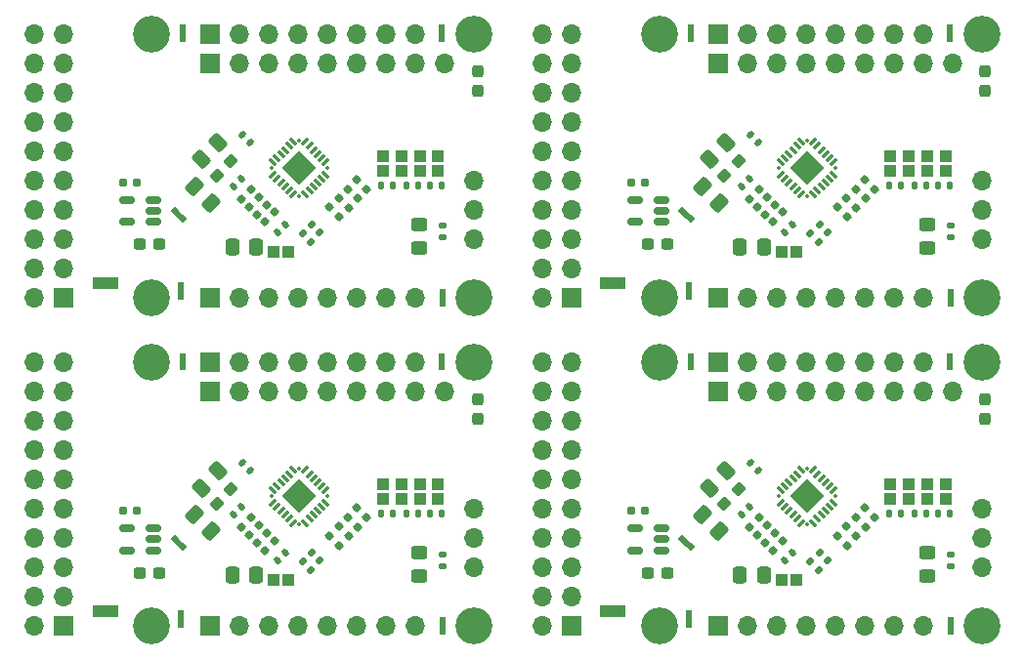
<source format=gts>
G04 #@! TF.GenerationSoftware,KiCad,Pcbnew,9.0.4*
G04 #@! TF.CreationDate,2025-08-20T18:17:53-04:00*
G04 #@! TF.ProjectId,jlc_pcba,6a6c635f-7063-4626-912e-6b696361645f,rev?*
G04 #@! TF.SameCoordinates,Original*
G04 #@! TF.FileFunction,Soldermask,Top*
G04 #@! TF.FilePolarity,Negative*
%FSLAX46Y46*%
G04 Gerber Fmt 4.6, Leading zero omitted, Abs format (unit mm)*
G04 Created by KiCad (PCBNEW 9.0.4) date 2025-08-20 18:17:53*
%MOMM*%
%LPD*%
G01*
G04 APERTURE LIST*
G04 Aperture macros list*
%AMRoundRect*
0 Rectangle with rounded corners*
0 $1 Rounding radius*
0 $2 $3 $4 $5 $6 $7 $8 $9 X,Y pos of 4 corners*
0 Add a 4 corners polygon primitive as box body*
4,1,4,$2,$3,$4,$5,$6,$7,$8,$9,$2,$3,0*
0 Add four circle primitives for the rounded corners*
1,1,$1+$1,$2,$3*
1,1,$1+$1,$4,$5*
1,1,$1+$1,$6,$7*
1,1,$1+$1,$8,$9*
0 Add four rect primitives between the rounded corners*
20,1,$1+$1,$2,$3,$4,$5,0*
20,1,$1+$1,$4,$5,$6,$7,0*
20,1,$1+$1,$6,$7,$8,$9,0*
20,1,$1+$1,$8,$9,$2,$3,0*%
%AMRotRect*
0 Rectangle, with rotation*
0 The origin of the aperture is its center*
0 $1 length*
0 $2 width*
0 $3 Rotation angle, in degrees counterclockwise*
0 Add horizontal line*
21,1,$1,$2,0,0,$3*%
G04 Aperture macros list end*
%ADD10C,0.010000*%
%ADD11C,0.000000*%
%ADD12RoundRect,0.160000X-0.252791X0.026517X0.026517X-0.252791X0.252791X-0.026517X-0.026517X0.252791X0*%
%ADD13R,1.000000X1.000000*%
%ADD14RoundRect,0.135000X0.226274X0.035355X0.035355X0.226274X-0.226274X-0.035355X-0.035355X-0.226274X0*%
%ADD15RoundRect,0.135000X0.135000X0.185000X-0.135000X0.185000X-0.135000X-0.185000X0.135000X-0.185000X0*%
%ADD16RoundRect,0.237500X-0.044194X-0.380070X0.380070X0.044194X0.044194X0.380070X-0.380070X-0.044194X0*%
%ADD17RoundRect,0.160000X0.026517X0.252791X-0.252791X-0.026517X-0.026517X-0.252791X0.252791X0.026517X0*%
%ADD18R,0.508000X0.500000*%
%ADD19R,0.508000X0.508000*%
%ADD20RoundRect,0.135000X-0.135000X-0.185000X0.135000X-0.185000X0.135000X0.185000X-0.135000X0.185000X0*%
%ADD21RoundRect,0.140000X-0.021213X0.219203X-0.219203X0.021213X0.021213X-0.219203X0.219203X-0.021213X0*%
%ADD22RoundRect,0.140000X0.219203X0.021213X0.021213X0.219203X-0.219203X-0.021213X-0.021213X-0.219203X0*%
%ADD23RoundRect,0.135000X-0.185000X0.135000X-0.185000X-0.135000X0.185000X-0.135000X0.185000X0.135000X0*%
%ADD24RoundRect,0.250000X-0.450000X0.325000X-0.450000X-0.325000X0.450000X-0.325000X0.450000X0.325000X0*%
%ADD25RotRect,0.508000X0.508000X315.000000*%
%ADD26RoundRect,0.062500X-0.185616X-0.274004X0.274004X0.185616X0.185616X0.274004X-0.274004X-0.185616X0*%
%ADD27RoundRect,0.062500X0.185616X-0.274004X0.274004X-0.185616X-0.185616X0.274004X-0.274004X0.185616X0*%
%ADD28RotRect,2.100000X2.100000X45.000000*%
%ADD29RoundRect,0.062500X0.000000X-0.088388X0.088388X0.000000X0.000000X0.088388X-0.088388X0.000000X0*%
%ADD30RoundRect,0.150000X0.512500X0.150000X-0.512500X0.150000X-0.512500X-0.150000X0.512500X-0.150000X0*%
%ADD31RoundRect,0.237500X-0.300000X-0.237500X0.300000X-0.237500X0.300000X0.237500X-0.300000X0.237500X0*%
%ADD32R,1.700000X1.700000*%
%ADD33O,1.700000X1.700000*%
%ADD34C,3.200000*%
%ADD35RoundRect,0.250000X-0.097227X0.574524X-0.574524X0.097227X0.097227X-0.574524X0.574524X-0.097227X0*%
%ADD36RoundRect,0.135000X-0.226274X-0.035355X-0.035355X-0.226274X0.226274X0.035355X0.035355X0.226274X0*%
%ADD37RoundRect,0.237500X0.237500X-0.300000X0.237500X0.300000X-0.237500X0.300000X-0.237500X-0.300000X0*%
%ADD38RoundRect,0.250000X0.574524X0.097227X0.097227X0.574524X-0.574524X-0.097227X-0.097227X-0.574524X0*%
%ADD39RoundRect,0.250000X0.337500X0.475000X-0.337500X0.475000X-0.337500X-0.475000X0.337500X-0.475000X0*%
%ADD40RoundRect,0.160000X0.197500X0.160000X-0.197500X0.160000X-0.197500X-0.160000X0.197500X-0.160000X0*%
G04 APERTURE END LIST*
G04 #@! TO.C,E109*
G36*
X44013500Y-37469000D02*
G01*
X44521500Y-37469000D01*
X44521500Y-36969000D01*
X44013500Y-36969000D01*
X44013500Y-37469000D01*
G37*
G04 #@! TO.C,5V108*
D10*
X16127500Y-30855000D02*
X14017500Y-30855000D01*
X14017500Y-29855000D01*
X16127500Y-29855000D01*
X16127500Y-30855000D01*
G36*
X16127500Y-30855000D02*
G01*
X14017500Y-30855000D01*
X14017500Y-29855000D01*
X16127500Y-29855000D01*
X16127500Y-30855000D01*
G37*
D11*
G04 #@! TO.C,DOUT108*
G36*
X21821053Y-24449343D02*
G01*
X21461843Y-24808553D01*
X21113947Y-24460657D01*
X21473157Y-24101447D01*
X21821053Y-24449343D01*
G37*
G04 #@! TO.C,5V108*
D10*
X60127500Y-59315000D02*
X58017500Y-59315000D01*
X58017500Y-58315000D01*
X60127500Y-58315000D01*
X60127500Y-59315000D01*
G36*
X60127500Y-59315000D02*
G01*
X58017500Y-59315000D01*
X58017500Y-58315000D01*
X60127500Y-58315000D01*
X60127500Y-59315000D01*
G37*
G04 #@! TO.C,G117*
G36*
X65413500Y-31309000D02*
G01*
X65921500Y-31309000D01*
X65921500Y-30809000D01*
X65413500Y-30809000D01*
X65413500Y-31309000D01*
G37*
D11*
G04 #@! TO.C,DOUT108*
G36*
X21821053Y-52909343D02*
G01*
X21461843Y-53268553D01*
X21113947Y-52920657D01*
X21473157Y-52561447D01*
X21821053Y-52909343D01*
G37*
G04 #@! TO.C,5V108*
D10*
X60127500Y-30855000D02*
X58017500Y-30855000D01*
X58017500Y-29855000D01*
X60127500Y-29855000D01*
X60127500Y-30855000D01*
G36*
X60127500Y-30855000D02*
G01*
X58017500Y-30855000D01*
X58017500Y-29855000D01*
X60127500Y-29855000D01*
X60127500Y-30855000D01*
G37*
G04 #@! TO.C,E108*
G36*
X21613500Y-9009000D02*
G01*
X22121500Y-9009000D01*
X22121500Y-8509000D01*
X21613500Y-8509000D01*
X21613500Y-9009000D01*
G37*
G04 #@! TO.C,G117*
G36*
X21413500Y-31309000D02*
G01*
X21921500Y-31309000D01*
X21921500Y-30809000D01*
X21413500Y-30809000D01*
X21413500Y-31309000D01*
G37*
G04 #@! TO.C,E108*
G36*
X65613500Y-9009000D02*
G01*
X66121500Y-9009000D01*
X66121500Y-8509000D01*
X65613500Y-8509000D01*
X65613500Y-9009000D01*
G37*
D11*
G04 #@! TO.C,DOUT108*
G36*
X65821053Y-52909343D02*
G01*
X65461843Y-53268553D01*
X65113947Y-52920657D01*
X65473157Y-52561447D01*
X65821053Y-52909343D01*
G37*
G04 #@! TO.C,E109*
G36*
X88013500Y-9009000D02*
G01*
X88521500Y-9009000D01*
X88521500Y-8509000D01*
X88013500Y-8509000D01*
X88013500Y-9009000D01*
G37*
G04 #@! TO.C,G118*
G36*
X88113500Y-60369000D02*
G01*
X88621500Y-60369000D01*
X88621500Y-59869000D01*
X88113500Y-59869000D01*
X88113500Y-60369000D01*
G37*
G36*
X44113500Y-31909000D02*
G01*
X44621500Y-31909000D01*
X44621500Y-31409000D01*
X44113500Y-31409000D01*
X44113500Y-31909000D01*
G37*
G04 #@! TO.C,E108*
G36*
X21613500Y-37469000D02*
G01*
X22121500Y-37469000D01*
X22121500Y-36969000D01*
X21613500Y-36969000D01*
X21613500Y-37469000D01*
G37*
G04 #@! TO.C,G117*
G36*
X21413500Y-59769000D02*
G01*
X21921500Y-59769000D01*
X21921500Y-59269000D01*
X21413500Y-59269000D01*
X21413500Y-59769000D01*
G37*
G04 #@! TO.C,E108*
G36*
X65613500Y-37469000D02*
G01*
X66121500Y-37469000D01*
X66121500Y-36969000D01*
X65613500Y-36969000D01*
X65613500Y-37469000D01*
G37*
G04 #@! TO.C,G118*
G36*
X88113500Y-31909000D02*
G01*
X88621500Y-31909000D01*
X88621500Y-31409000D01*
X88113500Y-31409000D01*
X88113500Y-31909000D01*
G37*
G04 #@! TO.C,E109*
G36*
X44013500Y-9009000D02*
G01*
X44521500Y-9009000D01*
X44521500Y-8509000D01*
X44013500Y-8509000D01*
X44013500Y-9009000D01*
G37*
G04 #@! TO.C,DOUT108*
G36*
X65821053Y-24449343D02*
G01*
X65461843Y-24808553D01*
X65113947Y-24460657D01*
X65473157Y-24101447D01*
X65821053Y-24449343D01*
G37*
G04 #@! TO.C,5V108*
D10*
X16127500Y-59315000D02*
X14017500Y-59315000D01*
X14017500Y-58315000D01*
X16127500Y-58315000D01*
X16127500Y-59315000D01*
G36*
X16127500Y-59315000D02*
G01*
X14017500Y-59315000D01*
X14017500Y-58315000D01*
X16127500Y-58315000D01*
X16127500Y-59315000D01*
G37*
G04 #@! TO.C,G118*
G36*
X44113500Y-60369000D02*
G01*
X44621500Y-60369000D01*
X44621500Y-59869000D01*
X44113500Y-59869000D01*
X44113500Y-60369000D01*
G37*
G04 #@! TO.C,E109*
G36*
X88013500Y-37469000D02*
G01*
X88521500Y-37469000D01*
X88521500Y-36969000D01*
X88013500Y-36969000D01*
X88013500Y-37469000D01*
G37*
G04 #@! TO.C,G117*
G36*
X65413500Y-59769000D02*
G01*
X65921500Y-59769000D01*
X65921500Y-59269000D01*
X65413500Y-59269000D01*
X65413500Y-59769000D01*
G37*
G04 #@! TD*
D12*
G04 #@! TO.C,R112*
X36989996Y-51537496D03*
X36145004Y-50692504D03*
G04 #@! TD*
D13*
G04 #@! TO.C,PU_EN108*
X29717500Y-56115000D03*
X31017500Y-56115000D03*
G04 #@! TD*
D14*
G04 #@! TO.C,R120*
X77728124Y-26015624D03*
X77006876Y-25294376D03*
G04 #@! TD*
D15*
G04 #@! TO.C,R122*
X42277500Y-21955000D03*
X41257500Y-21955000D03*
G04 #@! TD*
G04 #@! TO.C,R122*
X86277500Y-21955000D03*
X85257500Y-21955000D03*
G04 #@! TD*
D16*
G04 #@! TO.C,C119*
X24757620Y-21064880D03*
X25977380Y-19845120D03*
G04 #@! TD*
D12*
G04 #@! TO.C,R113*
X36189996Y-23877496D03*
X35345004Y-23032504D03*
G04 #@! TD*
D17*
G04 #@! TO.C,R115*
X27612834Y-52223704D03*
X28457826Y-51378712D03*
G04 #@! TD*
D18*
G04 #@! TO.C,E109*
X44267500Y-37719000D03*
D19*
X44267500Y-36715000D03*
G04 #@! TD*
D17*
G04 #@! TO.C,R115*
X27612834Y-23763704D03*
X28457826Y-22918712D03*
G04 #@! TD*
D20*
G04 #@! TO.C,R123*
X87257500Y-50415000D03*
X88277500Y-50415000D03*
G04 #@! TD*
D15*
G04 #@! TO.C,R124*
X84077500Y-50415000D03*
X83057500Y-50415000D03*
G04 #@! TD*
D21*
G04 #@! TO.C,C112*
X74706911Y-25315589D03*
X74028089Y-25994411D03*
G04 #@! TD*
D22*
G04 #@! TO.C,C109*
X71706911Y-18194411D03*
X71028089Y-17515589D03*
G04 #@! TD*
D17*
G04 #@! TO.C,R118*
X28956337Y-53567207D03*
X29801329Y-52722215D03*
G04 #@! TD*
D15*
G04 #@! TO.C,R124*
X84077500Y-21955000D03*
X83057500Y-21955000D03*
G04 #@! TD*
D23*
G04 #@! TO.C,R126*
X88367500Y-53905000D03*
X88367500Y-54925000D03*
G04 #@! TD*
D17*
G04 #@! TO.C,R119*
X26941083Y-23091952D03*
X27786075Y-22246960D03*
G04 #@! TD*
D21*
G04 #@! TO.C,C112*
X30706911Y-25315589D03*
X30028089Y-25994411D03*
G04 #@! TD*
D12*
G04 #@! TO.C,R110*
X81789996Y-50737496D03*
X80945004Y-49892504D03*
G04 #@! TD*
D24*
G04 #@! TO.C,D116*
X42342500Y-25305000D03*
X42342500Y-27355000D03*
G04 #@! TD*
D25*
G04 #@! TO.C,DOUT108*
X21821053Y-24808553D03*
X21113947Y-24101447D03*
G04 #@! TD*
D23*
G04 #@! TO.C,R126*
X88367500Y-25445000D03*
X88367500Y-26465000D03*
G04 #@! TD*
D26*
G04 #@! TO.C,TAC5212*
X73647275Y-20962005D03*
X74000828Y-21315559D03*
X74354382Y-21669112D03*
X74707935Y-22022665D03*
X75061488Y-22376219D03*
X75415042Y-22729772D03*
D27*
X76458024Y-22729772D03*
X76811578Y-22376219D03*
X77165131Y-22022665D03*
X77518684Y-21669112D03*
X77872238Y-21315559D03*
X78225791Y-20962005D03*
D26*
X78225791Y-19919023D03*
X77872238Y-19565469D03*
X77518684Y-19211916D03*
X77165131Y-18858363D03*
X76811578Y-18504809D03*
X76458024Y-18151256D03*
D27*
X75415042Y-18151256D03*
X75061488Y-18504809D03*
X74707935Y-18858363D03*
X74354382Y-19211916D03*
X74000828Y-19565469D03*
X73647275Y-19919023D03*
D28*
X75936533Y-20440514D03*
D29*
X73504086Y-20440514D03*
X75936533Y-22872961D03*
X78368980Y-20440514D03*
X75936533Y-18008067D03*
G04 #@! TD*
D21*
G04 #@! TO.C,C116*
X70906911Y-49775589D03*
X70228089Y-50454411D03*
G04 #@! TD*
D15*
G04 #@! TO.C,R122*
X42277500Y-50415000D03*
X41257500Y-50415000D03*
G04 #@! TD*
D12*
G04 #@! TO.C,R113*
X36189996Y-52337496D03*
X35345004Y-51492504D03*
G04 #@! TD*
D20*
G04 #@! TO.C,R123*
X43257500Y-21955000D03*
X44277500Y-21955000D03*
G04 #@! TD*
D12*
G04 #@! TO.C,R112*
X80989996Y-51537496D03*
X80145004Y-50692504D03*
G04 #@! TD*
D30*
G04 #@! TO.C,U108*
X19305000Y-53565000D03*
X19305000Y-52615000D03*
X19305000Y-51665000D03*
X17030000Y-51665000D03*
X17030000Y-53565000D03*
G04 #@! TD*
D13*
G04 #@! TO.C,ADD112*
X84767500Y-20655000D03*
X84767500Y-19355000D03*
G04 #@! TD*
D31*
G04 #@! TO.C,C128*
X18105000Y-27055000D03*
X19830000Y-27055000D03*
G04 #@! TD*
D32*
G04 #@! TO.C,board_outline108*
X11505000Y-60115000D03*
D33*
X8965000Y-60115000D03*
X11505000Y-57575000D03*
X8965000Y-57575000D03*
X11505000Y-55035000D03*
X8965000Y-55035000D03*
X11505000Y-52495000D03*
X8965000Y-52495000D03*
X11505000Y-49955000D03*
X8965000Y-49955000D03*
X11505000Y-47415000D03*
X8965000Y-47415000D03*
X11505000Y-44875000D03*
X8965000Y-44875000D03*
X11505000Y-42335000D03*
X8965000Y-42335000D03*
X11505000Y-39795000D03*
X8965000Y-39795000D03*
X11505000Y-37255000D03*
X8965000Y-37255000D03*
D32*
X24215000Y-39800000D03*
X24215000Y-37260000D03*
D33*
X26755000Y-39800000D03*
X26755000Y-37260000D03*
X29295000Y-39800000D03*
X29295000Y-37260000D03*
X31835000Y-39800000D03*
X31835000Y-37260000D03*
X34375000Y-39800000D03*
X34375000Y-37260000D03*
X36915000Y-39800000D03*
X36915000Y-37260000D03*
X39455000Y-39800000D03*
X39455000Y-37260000D03*
X41995000Y-39800000D03*
X41995000Y-37260000D03*
D32*
X24215000Y-60120000D03*
D33*
X26755000Y-60120000D03*
X29295000Y-60120000D03*
X31835000Y-60120000D03*
X34375000Y-60120000D03*
X36915000Y-60120000D03*
X39455000Y-60120000D03*
X41995000Y-60120000D03*
X47060000Y-55040000D03*
X47060000Y-52500000D03*
X47060000Y-49960000D03*
X44520000Y-39800000D03*
D34*
X19120000Y-37260000D03*
X47060000Y-37260000D03*
X19120000Y-60120000D03*
X47060000Y-60120000D03*
G04 #@! TD*
D15*
G04 #@! TO.C,R124*
X40077500Y-50415000D03*
X39057500Y-50415000D03*
G04 #@! TD*
D35*
G04 #@! TO.C,C108*
X24901123Y-46681377D03*
X23433877Y-48148623D03*
G04 #@! TD*
D36*
G04 #@! TO.C,R121*
X32206876Y-26094376D03*
X32928124Y-26815624D03*
G04 #@! TD*
D13*
G04 #@! TO.C,ADD108*
X39167500Y-20655000D03*
X39167500Y-19355000D03*
G04 #@! TD*
D12*
G04 #@! TO.C,R114*
X35389996Y-53137496D03*
X34545004Y-52292504D03*
G04 #@! TD*
D17*
G04 #@! TO.C,R117*
X28284586Y-52895455D03*
X29129578Y-52050463D03*
G04 #@! TD*
D37*
G04 #@! TO.C,C118*
X91367500Y-42177500D03*
X91367500Y-40452500D03*
G04 #@! TD*
D21*
G04 #@! TO.C,C112*
X30706911Y-53775589D03*
X30028089Y-54454411D03*
G04 #@! TD*
D18*
G04 #@! TO.C,G117*
X65667500Y-31559000D03*
D19*
X65667500Y-30555000D03*
G04 #@! TD*
D12*
G04 #@! TO.C,R110*
X81789996Y-22277496D03*
X80945004Y-21432504D03*
G04 #@! TD*
D13*
G04 #@! TO.C,ADD110*
X42367500Y-49115000D03*
X42367500Y-47815000D03*
G04 #@! TD*
G04 #@! TO.C,PU_EN108*
X73717500Y-27655000D03*
X75017500Y-27655000D03*
G04 #@! TD*
D12*
G04 #@! TO.C,R114*
X79389996Y-24677496D03*
X78545004Y-23832504D03*
G04 #@! TD*
D31*
G04 #@! TO.C,C128*
X18105000Y-55515000D03*
X19830000Y-55515000D03*
G04 #@! TD*
D26*
G04 #@! TO.C,TAC5212*
X29647275Y-49422005D03*
X30000828Y-49775559D03*
X30354382Y-50129112D03*
X30707935Y-50482665D03*
X31061488Y-50836219D03*
X31415042Y-51189772D03*
D27*
X32458024Y-51189772D03*
X32811578Y-50836219D03*
X33165131Y-50482665D03*
X33518684Y-50129112D03*
X33872238Y-49775559D03*
X34225791Y-49422005D03*
D26*
X34225791Y-48379023D03*
X33872238Y-48025469D03*
X33518684Y-47671916D03*
X33165131Y-47318363D03*
X32811578Y-46964809D03*
X32458024Y-46611256D03*
D27*
X31415042Y-46611256D03*
X31061488Y-46964809D03*
X30707935Y-47318363D03*
X30354382Y-47671916D03*
X30000828Y-48025469D03*
X29647275Y-48379023D03*
D28*
X31936533Y-48900514D03*
D29*
X29504086Y-48900514D03*
X31936533Y-51332961D03*
X34368980Y-48900514D03*
X31936533Y-46468067D03*
G04 #@! TD*
D25*
G04 #@! TO.C,DOUT108*
X21821053Y-53268553D03*
X21113947Y-52561447D03*
G04 #@! TD*
D24*
G04 #@! TO.C,D116*
X42342500Y-53765000D03*
X42342500Y-55815000D03*
G04 #@! TD*
D38*
G04 #@! TO.C,C115*
X68301123Y-23488623D03*
X66833877Y-22021377D03*
G04 #@! TD*
D13*
G04 #@! TO.C,ADD111*
X87967500Y-20655000D03*
X87967500Y-19355000D03*
G04 #@! TD*
D17*
G04 #@! TO.C,R118*
X72956337Y-25107207D03*
X73801329Y-24262215D03*
G04 #@! TD*
D39*
G04 #@! TO.C,C111*
X28205000Y-27255000D03*
X26130000Y-27255000D03*
G04 #@! TD*
D17*
G04 #@! TO.C,R119*
X26941083Y-51551952D03*
X27786075Y-50706960D03*
G04 #@! TD*
D18*
G04 #@! TO.C,E108*
X21867500Y-9259000D03*
D19*
X21867500Y-8255000D03*
G04 #@! TD*
D18*
G04 #@! TO.C,G117*
X21667500Y-31559000D03*
D19*
X21667500Y-30555000D03*
G04 #@! TD*
D13*
G04 #@! TO.C,ADD111*
X43967500Y-49115000D03*
X43967500Y-47815000D03*
G04 #@! TD*
D17*
G04 #@! TO.C,R115*
X71612834Y-23763704D03*
X72457826Y-22918712D03*
G04 #@! TD*
D39*
G04 #@! TO.C,C111*
X72205000Y-27255000D03*
X70130000Y-27255000D03*
G04 #@! TD*
D35*
G04 #@! TO.C,C108*
X68901123Y-46681377D03*
X67433877Y-48148623D03*
G04 #@! TD*
D13*
G04 #@! TO.C,ADD110*
X42367500Y-20655000D03*
X42367500Y-19355000D03*
G04 #@! TD*
G04 #@! TO.C,ADD112*
X40767500Y-20655000D03*
X40767500Y-19355000D03*
G04 #@! TD*
D35*
G04 #@! TO.C,C108*
X68901123Y-18221377D03*
X67433877Y-19688623D03*
G04 #@! TD*
D22*
G04 #@! TO.C,C109*
X27706911Y-18194411D03*
X27028089Y-17515589D03*
G04 #@! TD*
D26*
G04 #@! TO.C,TAC5212*
X29647275Y-20962005D03*
X30000828Y-21315559D03*
X30354382Y-21669112D03*
X30707935Y-22022665D03*
X31061488Y-22376219D03*
X31415042Y-22729772D03*
D27*
X32458024Y-22729772D03*
X32811578Y-22376219D03*
X33165131Y-22022665D03*
X33518684Y-21669112D03*
X33872238Y-21315559D03*
X34225791Y-20962005D03*
D26*
X34225791Y-19919023D03*
X33872238Y-19565469D03*
X33518684Y-19211916D03*
X33165131Y-18858363D03*
X32811578Y-18504809D03*
X32458024Y-18151256D03*
D27*
X31415042Y-18151256D03*
X31061488Y-18504809D03*
X30707935Y-18858363D03*
X30354382Y-19211916D03*
X30000828Y-19565469D03*
X29647275Y-19919023D03*
D28*
X31936533Y-20440514D03*
D29*
X29504086Y-20440514D03*
X31936533Y-22872961D03*
X34368980Y-20440514D03*
X31936533Y-18008067D03*
G04 #@! TD*
D17*
G04 #@! TO.C,R119*
X70941083Y-51551952D03*
X71786075Y-50706960D03*
G04 #@! TD*
D30*
G04 #@! TO.C,U108*
X63305000Y-25105000D03*
X63305000Y-24155000D03*
X63305000Y-23205000D03*
X61030000Y-23205000D03*
X61030000Y-25105000D03*
G04 #@! TD*
D18*
G04 #@! TO.C,E108*
X65867500Y-9259000D03*
D19*
X65867500Y-8255000D03*
G04 #@! TD*
D16*
G04 #@! TO.C,C119*
X68757620Y-21064880D03*
X69977380Y-19845120D03*
G04 #@! TD*
D13*
G04 #@! TO.C,ADD110*
X86367500Y-20655000D03*
X86367500Y-19355000D03*
G04 #@! TD*
D37*
G04 #@! TO.C,C118*
X91367500Y-13717500D03*
X91367500Y-11992500D03*
G04 #@! TD*
D23*
G04 #@! TO.C,R126*
X44367500Y-53905000D03*
X44367500Y-54925000D03*
G04 #@! TD*
D40*
G04 #@! TO.C,R125*
X16670000Y-21655000D03*
X17865000Y-21655000D03*
G04 #@! TD*
D25*
G04 #@! TO.C,DOUT108*
X65821053Y-53268553D03*
X65113947Y-52561447D03*
G04 #@! TD*
D24*
G04 #@! TO.C,D116*
X86342500Y-25305000D03*
X86342500Y-27355000D03*
G04 #@! TD*
D18*
G04 #@! TO.C,E109*
X88267500Y-9259000D03*
D19*
X88267500Y-8255000D03*
G04 #@! TD*
D13*
G04 #@! TO.C,ADD112*
X40767500Y-49115000D03*
X40767500Y-47815000D03*
G04 #@! TD*
G04 #@! TO.C,ADD111*
X87967500Y-49115000D03*
X87967500Y-47815000D03*
G04 #@! TD*
D18*
G04 #@! TO.C,G118*
X88367500Y-60619000D03*
D19*
X88367500Y-59615000D03*
G04 #@! TD*
D15*
G04 #@! TO.C,R122*
X86277500Y-50415000D03*
X85257500Y-50415000D03*
G04 #@! TD*
D16*
G04 #@! TO.C,C119*
X24757620Y-49524880D03*
X25977380Y-48305120D03*
G04 #@! TD*
D39*
G04 #@! TO.C,C111*
X72205000Y-55715000D03*
X70130000Y-55715000D03*
G04 #@! TD*
D20*
G04 #@! TO.C,R123*
X43257500Y-50415000D03*
X44277500Y-50415000D03*
G04 #@! TD*
D18*
G04 #@! TO.C,G118*
X44367500Y-32159000D03*
D19*
X44367500Y-31155000D03*
G04 #@! TD*
D22*
G04 #@! TO.C,C109*
X71706911Y-46654411D03*
X71028089Y-45975589D03*
G04 #@! TD*
D24*
G04 #@! TO.C,D116*
X86342500Y-53765000D03*
X86342500Y-55815000D03*
G04 #@! TD*
D12*
G04 #@! TO.C,R112*
X36989996Y-23077496D03*
X36145004Y-22232504D03*
G04 #@! TD*
D16*
G04 #@! TO.C,C119*
X68757620Y-49524880D03*
X69977380Y-48305120D03*
G04 #@! TD*
D12*
G04 #@! TO.C,R112*
X80989996Y-23077496D03*
X80145004Y-22232504D03*
G04 #@! TD*
D18*
G04 #@! TO.C,E108*
X21867500Y-37719000D03*
D19*
X21867500Y-36715000D03*
G04 #@! TD*
D14*
G04 #@! TO.C,R120*
X33728124Y-26015624D03*
X33006876Y-25294376D03*
G04 #@! TD*
D18*
G04 #@! TO.C,G117*
X21667500Y-60019000D03*
D19*
X21667500Y-59015000D03*
G04 #@! TD*
D14*
G04 #@! TO.C,R120*
X33728124Y-54475624D03*
X33006876Y-53754376D03*
G04 #@! TD*
D37*
G04 #@! TO.C,C118*
X47367500Y-42177500D03*
X47367500Y-40452500D03*
G04 #@! TD*
D17*
G04 #@! TO.C,R118*
X28956337Y-25107207D03*
X29801329Y-24262215D03*
G04 #@! TD*
D36*
G04 #@! TO.C,R121*
X32206876Y-54554376D03*
X32928124Y-55275624D03*
G04 #@! TD*
D17*
G04 #@! TO.C,R117*
X28284586Y-24435455D03*
X29129578Y-23590463D03*
G04 #@! TD*
D32*
G04 #@! TO.C,board_outline108*
X11505000Y-31655000D03*
D33*
X8965000Y-31655000D03*
X11505000Y-29115000D03*
X8965000Y-29115000D03*
X11505000Y-26575000D03*
X8965000Y-26575000D03*
X11505000Y-24035000D03*
X8965000Y-24035000D03*
X11505000Y-21495000D03*
X8965000Y-21495000D03*
X11505000Y-18955000D03*
X8965000Y-18955000D03*
X11505000Y-16415000D03*
X8965000Y-16415000D03*
X11505000Y-13875000D03*
X8965000Y-13875000D03*
X11505000Y-11335000D03*
X8965000Y-11335000D03*
X11505000Y-8795000D03*
X8965000Y-8795000D03*
D32*
X24215000Y-11340000D03*
X24215000Y-8800000D03*
D33*
X26755000Y-11340000D03*
X26755000Y-8800000D03*
X29295000Y-11340000D03*
X29295000Y-8800000D03*
X31835000Y-11340000D03*
X31835000Y-8800000D03*
X34375000Y-11340000D03*
X34375000Y-8800000D03*
X36915000Y-11340000D03*
X36915000Y-8800000D03*
X39455000Y-11340000D03*
X39455000Y-8800000D03*
X41995000Y-11340000D03*
X41995000Y-8800000D03*
D32*
X24215000Y-31660000D03*
D33*
X26755000Y-31660000D03*
X29295000Y-31660000D03*
X31835000Y-31660000D03*
X34375000Y-31660000D03*
X36915000Y-31660000D03*
X39455000Y-31660000D03*
X41995000Y-31660000D03*
X47060000Y-26580000D03*
X47060000Y-24040000D03*
X47060000Y-21500000D03*
X44520000Y-11340000D03*
D34*
X19120000Y-8800000D03*
X47060000Y-8800000D03*
X19120000Y-31660000D03*
X47060000Y-31660000D03*
G04 #@! TD*
D12*
G04 #@! TO.C,R113*
X80189996Y-52337496D03*
X79345004Y-51492504D03*
G04 #@! TD*
G04 #@! TO.C,R110*
X37789996Y-50737496D03*
X36945004Y-49892504D03*
G04 #@! TD*
D17*
G04 #@! TO.C,R118*
X72956337Y-53567207D03*
X73801329Y-52722215D03*
G04 #@! TD*
D20*
G04 #@! TO.C,R123*
X87257500Y-21955000D03*
X88277500Y-21955000D03*
G04 #@! TD*
D13*
G04 #@! TO.C,ADD110*
X86367500Y-49115000D03*
X86367500Y-47815000D03*
G04 #@! TD*
D23*
G04 #@! TO.C,R126*
X44367500Y-25445000D03*
X44367500Y-26465000D03*
G04 #@! TD*
D18*
G04 #@! TO.C,E108*
X65867500Y-37719000D03*
D19*
X65867500Y-36715000D03*
G04 #@! TD*
D36*
G04 #@! TO.C,R121*
X76206876Y-54554376D03*
X76928124Y-55275624D03*
G04 #@! TD*
D32*
G04 #@! TO.C,board_outline108*
X55505000Y-60115000D03*
D33*
X52965000Y-60115000D03*
X55505000Y-57575000D03*
X52965000Y-57575000D03*
X55505000Y-55035000D03*
X52965000Y-55035000D03*
X55505000Y-52495000D03*
X52965000Y-52495000D03*
X55505000Y-49955000D03*
X52965000Y-49955000D03*
X55505000Y-47415000D03*
X52965000Y-47415000D03*
X55505000Y-44875000D03*
X52965000Y-44875000D03*
X55505000Y-42335000D03*
X52965000Y-42335000D03*
X55505000Y-39795000D03*
X52965000Y-39795000D03*
X55505000Y-37255000D03*
X52965000Y-37255000D03*
D32*
X68215000Y-39800000D03*
X68215000Y-37260000D03*
D33*
X70755000Y-39800000D03*
X70755000Y-37260000D03*
X73295000Y-39800000D03*
X73295000Y-37260000D03*
X75835000Y-39800000D03*
X75835000Y-37260000D03*
X78375000Y-39800000D03*
X78375000Y-37260000D03*
X80915000Y-39800000D03*
X80915000Y-37260000D03*
X83455000Y-39800000D03*
X83455000Y-37260000D03*
X85995000Y-39800000D03*
X85995000Y-37260000D03*
D32*
X68215000Y-60120000D03*
D33*
X70755000Y-60120000D03*
X73295000Y-60120000D03*
X75835000Y-60120000D03*
X78375000Y-60120000D03*
X80915000Y-60120000D03*
X83455000Y-60120000D03*
X85995000Y-60120000D03*
X91060000Y-55040000D03*
X91060000Y-52500000D03*
X91060000Y-49960000D03*
X88520000Y-39800000D03*
D34*
X63120000Y-37260000D03*
X91060000Y-37260000D03*
X63120000Y-60120000D03*
X91060000Y-60120000D03*
G04 #@! TD*
D32*
G04 #@! TO.C,board_outline108*
X55505000Y-31655000D03*
D33*
X52965000Y-31655000D03*
X55505000Y-29115000D03*
X52965000Y-29115000D03*
X55505000Y-26575000D03*
X52965000Y-26575000D03*
X55505000Y-24035000D03*
X52965000Y-24035000D03*
X55505000Y-21495000D03*
X52965000Y-21495000D03*
X55505000Y-18955000D03*
X52965000Y-18955000D03*
X55505000Y-16415000D03*
X52965000Y-16415000D03*
X55505000Y-13875000D03*
X52965000Y-13875000D03*
X55505000Y-11335000D03*
X52965000Y-11335000D03*
X55505000Y-8795000D03*
X52965000Y-8795000D03*
D32*
X68215000Y-11340000D03*
X68215000Y-8800000D03*
D33*
X70755000Y-11340000D03*
X70755000Y-8800000D03*
X73295000Y-11340000D03*
X73295000Y-8800000D03*
X75835000Y-11340000D03*
X75835000Y-8800000D03*
X78375000Y-11340000D03*
X78375000Y-8800000D03*
X80915000Y-11340000D03*
X80915000Y-8800000D03*
X83455000Y-11340000D03*
X83455000Y-8800000D03*
X85995000Y-11340000D03*
X85995000Y-8800000D03*
D32*
X68215000Y-31660000D03*
D33*
X70755000Y-31660000D03*
X73295000Y-31660000D03*
X75835000Y-31660000D03*
X78375000Y-31660000D03*
X80915000Y-31660000D03*
X83455000Y-31660000D03*
X85995000Y-31660000D03*
X91060000Y-26580000D03*
X91060000Y-24040000D03*
X91060000Y-21500000D03*
X88520000Y-11340000D03*
D34*
X63120000Y-8800000D03*
X91060000Y-8800000D03*
X63120000Y-31660000D03*
X91060000Y-31660000D03*
G04 #@! TD*
D30*
G04 #@! TO.C,U108*
X19305000Y-25105000D03*
X19305000Y-24155000D03*
X19305000Y-23205000D03*
X17030000Y-23205000D03*
X17030000Y-25105000D03*
G04 #@! TD*
D21*
G04 #@! TO.C,C112*
X74706911Y-53775589D03*
X74028089Y-54454411D03*
G04 #@! TD*
D12*
G04 #@! TO.C,R113*
X80189996Y-23877496D03*
X79345004Y-23032504D03*
G04 #@! TD*
D31*
G04 #@! TO.C,C128*
X62105000Y-55515000D03*
X63830000Y-55515000D03*
G04 #@! TD*
D12*
G04 #@! TO.C,R114*
X79389996Y-53137496D03*
X78545004Y-52292504D03*
G04 #@! TD*
D38*
G04 #@! TO.C,C115*
X68301123Y-51948623D03*
X66833877Y-50481377D03*
G04 #@! TD*
D13*
G04 #@! TO.C,ADD111*
X43967500Y-20655000D03*
X43967500Y-19355000D03*
G04 #@! TD*
D35*
G04 #@! TO.C,C108*
X24901123Y-18221377D03*
X23433877Y-19688623D03*
G04 #@! TD*
D39*
G04 #@! TO.C,C111*
X28205000Y-55715000D03*
X26130000Y-55715000D03*
G04 #@! TD*
D26*
G04 #@! TO.C,TAC5212*
X73647275Y-49422005D03*
X74000828Y-49775559D03*
X74354382Y-50129112D03*
X74707935Y-50482665D03*
X75061488Y-50836219D03*
X75415042Y-51189772D03*
D27*
X76458024Y-51189772D03*
X76811578Y-50836219D03*
X77165131Y-50482665D03*
X77518684Y-50129112D03*
X77872238Y-49775559D03*
X78225791Y-49422005D03*
D26*
X78225791Y-48379023D03*
X77872238Y-48025469D03*
X77518684Y-47671916D03*
X77165131Y-47318363D03*
X76811578Y-46964809D03*
X76458024Y-46611256D03*
D27*
X75415042Y-46611256D03*
X75061488Y-46964809D03*
X74707935Y-47318363D03*
X74354382Y-47671916D03*
X74000828Y-48025469D03*
X73647275Y-48379023D03*
D28*
X75936533Y-48900514D03*
D29*
X73504086Y-48900514D03*
X75936533Y-51332961D03*
X78368980Y-48900514D03*
X75936533Y-46468067D03*
G04 #@! TD*
D13*
G04 #@! TO.C,ADD108*
X83167500Y-20655000D03*
X83167500Y-19355000D03*
G04 #@! TD*
D40*
G04 #@! TO.C,R125*
X60670000Y-21655000D03*
X61865000Y-21655000D03*
G04 #@! TD*
D30*
G04 #@! TO.C,U108*
X63305000Y-53565000D03*
X63305000Y-52615000D03*
X63305000Y-51665000D03*
X61030000Y-51665000D03*
X61030000Y-53565000D03*
G04 #@! TD*
D12*
G04 #@! TO.C,R110*
X37789996Y-22277496D03*
X36945004Y-21432504D03*
G04 #@! TD*
D18*
G04 #@! TO.C,G118*
X88367500Y-32159000D03*
D19*
X88367500Y-31155000D03*
G04 #@! TD*
D17*
G04 #@! TO.C,R117*
X72284586Y-52895455D03*
X73129578Y-52050463D03*
G04 #@! TD*
G04 #@! TO.C,R115*
X71612834Y-52223704D03*
X72457826Y-51378712D03*
G04 #@! TD*
D40*
G04 #@! TO.C,R125*
X60670000Y-50115000D03*
X61865000Y-50115000D03*
G04 #@! TD*
D17*
G04 #@! TO.C,R119*
X70941083Y-23091952D03*
X71786075Y-22246960D03*
G04 #@! TD*
D31*
G04 #@! TO.C,C128*
X62105000Y-27055000D03*
X63830000Y-27055000D03*
G04 #@! TD*
D13*
G04 #@! TO.C,ADD112*
X84767500Y-49115000D03*
X84767500Y-47815000D03*
G04 #@! TD*
D12*
G04 #@! TO.C,R114*
X35389996Y-24677496D03*
X34545004Y-23832504D03*
G04 #@! TD*
D18*
G04 #@! TO.C,E109*
X44267500Y-9259000D03*
D19*
X44267500Y-8255000D03*
G04 #@! TD*
D14*
G04 #@! TO.C,R120*
X77728124Y-54475624D03*
X77006876Y-53754376D03*
G04 #@! TD*
D22*
G04 #@! TO.C,C109*
X27706911Y-46654411D03*
X27028089Y-45975589D03*
G04 #@! TD*
D25*
G04 #@! TO.C,DOUT108*
X65821053Y-24808553D03*
X65113947Y-24101447D03*
G04 #@! TD*
D38*
G04 #@! TO.C,C115*
X24301123Y-51948623D03*
X22833877Y-50481377D03*
G04 #@! TD*
D13*
G04 #@! TO.C,ADD108*
X39167500Y-49115000D03*
X39167500Y-47815000D03*
G04 #@! TD*
D38*
G04 #@! TO.C,C115*
X24301123Y-23488623D03*
X22833877Y-22021377D03*
G04 #@! TD*
D18*
G04 #@! TO.C,G118*
X44367500Y-60619000D03*
D19*
X44367500Y-59615000D03*
G04 #@! TD*
D36*
G04 #@! TO.C,R121*
X76206876Y-26094376D03*
X76928124Y-26815624D03*
G04 #@! TD*
D15*
G04 #@! TO.C,R124*
X40077500Y-21955000D03*
X39057500Y-21955000D03*
G04 #@! TD*
D13*
G04 #@! TO.C,PU_EN108*
X29717500Y-27655000D03*
X31017500Y-27655000D03*
G04 #@! TD*
D21*
G04 #@! TO.C,C116*
X26906911Y-21315589D03*
X26228089Y-21994411D03*
G04 #@! TD*
D13*
G04 #@! TO.C,ADD108*
X83167500Y-49115000D03*
X83167500Y-47815000D03*
G04 #@! TD*
D40*
G04 #@! TO.C,R125*
X16670000Y-50115000D03*
X17865000Y-50115000D03*
G04 #@! TD*
D18*
G04 #@! TO.C,E109*
X88267500Y-37719000D03*
D19*
X88267500Y-36715000D03*
G04 #@! TD*
D18*
G04 #@! TO.C,G117*
X65667500Y-60019000D03*
D19*
X65667500Y-59015000D03*
G04 #@! TD*
D21*
G04 #@! TO.C,C116*
X26906911Y-49775589D03*
X26228089Y-50454411D03*
G04 #@! TD*
D13*
G04 #@! TO.C,PU_EN108*
X73717500Y-56115000D03*
X75017500Y-56115000D03*
G04 #@! TD*
D21*
G04 #@! TO.C,C116*
X70906911Y-21315589D03*
X70228089Y-21994411D03*
G04 #@! TD*
D17*
G04 #@! TO.C,R117*
X72284586Y-24435455D03*
X73129578Y-23590463D03*
G04 #@! TD*
D37*
G04 #@! TO.C,C118*
X47367500Y-13717500D03*
X47367500Y-11992500D03*
G04 #@! TD*
M02*

</source>
